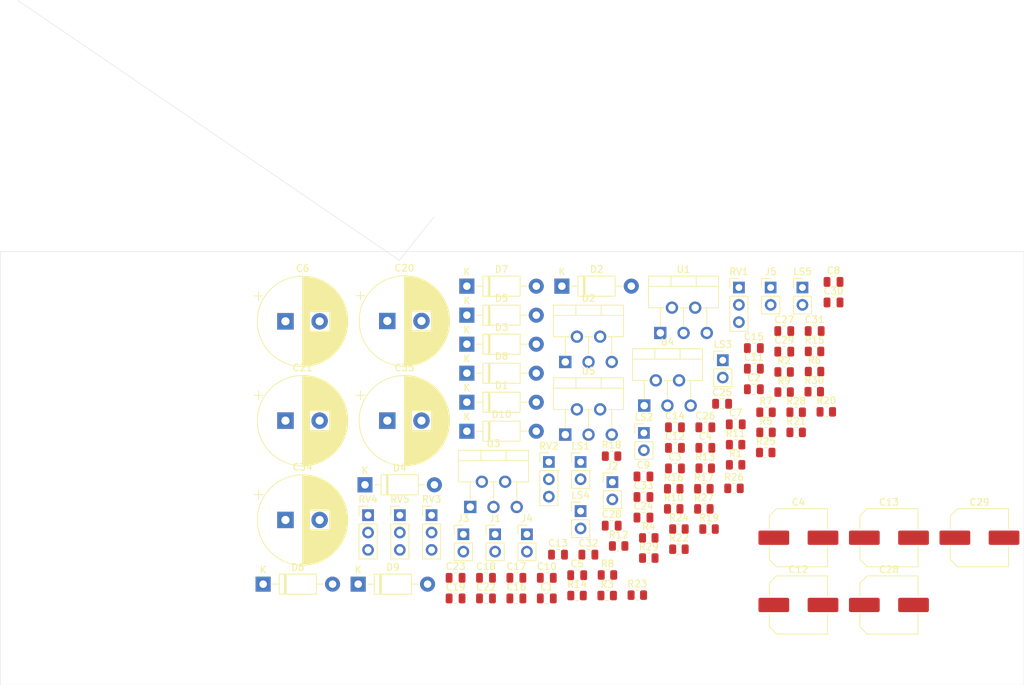
<source format=kicad_pcb>
(kicad_pcb (version 20171130) (host pcbnew "(5.1.9)-1")
  (layers (0 F.Cu signal) (31 B.Cu signal) (34 B.Paste user) (35 F.Paste user) (36 B.SilkS user) (37 F.SilkS user) (38 B.Mask user) (39 F.Mask user) (44 Edge.Cuts user))
  (net 0 "")
  (net 1 "Net-(C1-Pad2)")
  (net 2 "Net-(C1-Pad1)")
  (net 3 "Net-(C2-Pad2)")
  (net 4 GND)
  (net 5 "Net-(C5-Pad2)")
  (net 6 "Net-(C5-Pad1)")
  (net 7 /CH2_FL)
  (net 8 +12V)
  (net 9 "Net-(C6-Pad2)")
  (net 10 "Net-(C6-Pad1)")
  (net 11 "Net-(C7-Pad2)")
  (net 12 "Net-(C7-Pad1)")
  (net 13 "Net-(C8-Pad2)")
  (net 14 "Net-(C9-Pad2)")
  (net 15 "Net-(C14-Pad1)")
  (net 16 "Net-(C15-Pad1)")
  (net 17 "Net-(C16-Pad1)")
  (net 18 "Net-(C17-Pad1)")
  (net 19 "Net-(C18-Pad1)")
  (net 20 "Net-(C19-Pad1)")
  (net 21 "Net-(C20-Pad2)")
  (net 22 "Net-(C20-Pad1)")
  (net 23 "Net-(C21-Pad2)")
  (net 24 "Net-(C21-Pad1)")
  (net 25 "Net-(C22-Pad2)")
  (net 26 "Net-(C22-Pad1)")
  (net 27 "Net-(C23-Pad2)")
  (net 28 "Net-(C23-Pad1)")
  (net 29 "Net-(C24-Pad2)")
  (net 30 "Net-(C25-Pad2)")
  (net 31 "Net-(C30-Pad1)")
  (net 32 "Net-(C31-Pad1)")
  (net 33 "Net-(C32-Pad1)")
  (net 34 "Net-(C33-Pad1)")
  (net 35 "Net-(C34-Pad2)")
  (net 36 "Net-(C34-Pad1)")
  (net 37 "Net-(C35-Pad2)")
  (net 38 "Net-(C35-Pad1)")
  (net 39 /CH5_BL)
  (net 40 /CH1_FR)
  (net 41 /CH4_BR)
  (net 42 /CH3_Centre)
  (net 43 "Net-(R10-Pad2)")
  (net 44 "Net-(R11-Pad2)")
  (net 45 "Net-(R12-Pad2)")
  (net 46 "Net-(R25-Pad2)")
  (net 47 "Net-(R26-Pad2)")
  (net 48 "Net-(C12-Pad1)")
  (net 49 "Net-(C13-Pad1)")
  (net 50 "Net-(C28-Pad1)")
  (net 51 "Net-(C29-Pad1)")
  (module Capacitor_SMD:C_Elec_8x10.2 (layer F.Cu) (at 238.59 121.92)
    (fp_text reference C29 (at 0 -5.2) (layer F.SilkS))
    (fp_text value 220uF)
    (pad 2 smd roundrect (at 3.6 0) (size 4.5 2.1) (layers F.Cu F.Paste F.Mask) (roundrect_rratio 0.119048) (net 4 GND))
    (pad 1 smd roundrect (at -3.6 0) (size 4.5 2.1) (layers F.Cu F.Paste F.Mask) (roundrect_rratio 0.119048) (net 51 "Net-(C29-Pad1)"))
  )
  (module Capacitor_SMD:C_Elec_8x10.2 (layer F.Cu) (at 225.34 131.77)
    (fp_text reference C28 (at 0 -5.2) (layer F.SilkS))
    (fp_text value 220uF)
    (pad 2 smd roundrect (at 3.6 0) (size 4.5 2.1) (layers F.Cu F.Paste F.Mask) (roundrect_rratio 0.119048) (net 4 GND))
    (pad 1 smd roundrect (at -3.6 0) (size 4.5 2.1) (layers F.Cu F.Paste F.Mask) (roundrect_rratio 0.119048) (net 50 "Net-(C28-Pad1)"))
  )
  (module Capacitor_SMD:C_Elec_8x10.2 (layer F.Cu) (at 225.34 121.92)
    (fp_text reference C13 (at 0 -5.2) (layer F.SilkS))
    (fp_text value 220uF)
    (pad 2 smd roundrect (at 3.6 0) (size 4.5 2.1) (layers F.Cu F.Paste F.Mask) (roundrect_rratio 0.119048) (net 4 GND))
    (pad 1 smd roundrect (at -3.6 0) (size 4.5 2.1) (layers F.Cu F.Paste F.Mask) (roundrect_rratio 0.119048) (net 49 "Net-(C13-Pad1)"))
  )
  (module Capacitor_SMD:C_Elec_8x10.2 (layer F.Cu) (at 212.09 131.77)
    (fp_text reference C12 (at 0 -5.2) (layer F.SilkS))
    (fp_text value 220uF)
    (pad 2 smd roundrect (at 3.6 0) (size 4.5 2.1) (layers F.Cu F.Paste F.Mask) (roundrect_rratio 0.119048) (net 4 GND))
    (pad 1 smd roundrect (at -3.6 0) (size 4.5 2.1) (layers F.Cu F.Paste F.Mask) (roundrect_rratio 0.119048) (net 48 "Net-(C12-Pad1)"))
  )
  (module Capacitor_SMD:C_Elec_8x10.2 (layer F.Cu) (at 212.09 121.92)
    (fp_text reference C4 (at 0 -5.2) (layer F.SilkS))
    (fp_text value 220uF)
    (pad 2 smd roundrect (at 3.6 0) (size 4.5 2.1) (layers F.Cu F.Paste F.Mask) (roundrect_rratio 0.119048) (net 4 GND))
    (pad 1 smd roundrect (at -3.6 0) (size 4.5 2.1) (layers F.Cu F.Paste F.Mask) (roundrect_rratio 0.119048) (net 8 +12V))
  )
  (module Package_TO_SOT_THT:TO-220-5_P3.4x3.7mm_StaggerOdd_Lead3.8mm_Vertical (layer F.Cu) (at 177.97 106.82)
    (fp_text reference U5 (at 3.4 -9.32) (layer F.SilkS))
    (fp_text value TDA2030)
    (pad 5 thru_hole oval (at 6.8 0) (size 1.8 1.8) (drill 1.1) (layers *.Cu *.Mask) (net 8 +12V))
    (pad 4 thru_hole oval (at 5.1 -3.7) (size 1.8 1.8) (drill 1.1) (layers *.Cu *.Mask) (net 38 "Net-(C35-Pad1)"))
    (pad 3 thru_hole oval (at 3.4 0) (size 1.8 1.8) (drill 1.1) (layers *.Cu *.Mask) (net 4 GND))
    (pad 2 thru_hole oval (at 1.7 -3.7) (size 1.8 1.8) (drill 1.1) (layers *.Cu *.Mask) (net 47 "Net-(R26-Pad2)"))
    (pad 1 thru_hole rect (at 0 0) (size 1.8 1.8) (drill 1.1) (layers *.Cu *.Mask) (net 27 "Net-(C23-Pad2)"))
  )
  (module Package_TO_SOT_THT:TO-220-5_P3.4x3.7mm_StaggerOdd_Lead3.8mm_Vertical (layer F.Cu) (at 189.52 102.57)
    (fp_text reference U4 (at 3.4 -9.32) (layer F.SilkS))
    (fp_text value TDA2030)
    (pad 5 thru_hole oval (at 6.8 0) (size 1.8 1.8) (drill 1.1) (layers *.Cu *.Mask) (net 8 +12V))
    (pad 4 thru_hole oval (at 5.1 -3.7) (size 1.8 1.8) (drill 1.1) (layers *.Cu *.Mask) (net 36 "Net-(C34-Pad1)"))
    (pad 3 thru_hole oval (at 3.4 0) (size 1.8 1.8) (drill 1.1) (layers *.Cu *.Mask) (net 4 GND))
    (pad 2 thru_hole oval (at 1.7 -3.7) (size 1.8 1.8) (drill 1.1) (layers *.Cu *.Mask) (net 46 "Net-(R25-Pad2)"))
    (pad 1 thru_hole rect (at 0 0) (size 1.8 1.8) (drill 1.1) (layers *.Cu *.Mask) (net 25 "Net-(C22-Pad2)"))
  )
  (module Package_TO_SOT_THT:TO-220-5_P3.4x3.7mm_StaggerOdd_Lead3.8mm_Vertical (layer F.Cu) (at 164.06 117.42)
    (fp_text reference U3 (at 3.4 -9.32) (layer F.SilkS))
    (fp_text value TDA2030)
    (pad 5 thru_hole oval (at 6.8 0) (size 1.8 1.8) (drill 1.1) (layers *.Cu *.Mask) (net 8 +12V))
    (pad 4 thru_hole oval (at 5.1 -3.7) (size 1.8 1.8) (drill 1.1) (layers *.Cu *.Mask) (net 24 "Net-(C21-Pad1)"))
    (pad 3 thru_hole oval (at 3.4 0) (size 1.8 1.8) (drill 1.1) (layers *.Cu *.Mask) (net 4 GND))
    (pad 2 thru_hole oval (at 1.7 -3.7) (size 1.8 1.8) (drill 1.1) (layers *.Cu *.Mask) (net 45 "Net-(R12-Pad2)"))
    (pad 1 thru_hole rect (at 0 0) (size 1.8 1.8) (drill 1.1) (layers *.Cu *.Mask) (net 11 "Net-(C7-Pad2)"))
  )
  (module Package_TO_SOT_THT:TO-220-5_P3.4x3.7mm_StaggerOdd_Lead3.8mm_Vertical (layer F.Cu) (at 177.97 96.17)
    (fp_text reference U2 (at 3.4 -9.32) (layer F.SilkS))
    (fp_text value TDA2030)
    (pad 5 thru_hole oval (at 6.8 0) (size 1.8 1.8) (drill 1.1) (layers *.Cu *.Mask) (net 8 +12V))
    (pad 4 thru_hole oval (at 5.1 -3.7) (size 1.8 1.8) (drill 1.1) (layers *.Cu *.Mask) (net 22 "Net-(C20-Pad1)"))
    (pad 3 thru_hole oval (at 3.4 0) (size 1.8 1.8) (drill 1.1) (layers *.Cu *.Mask) (net 4 GND))
    (pad 2 thru_hole oval (at 1.7 -3.7) (size 1.8 1.8) (drill 1.1) (layers *.Cu *.Mask) (net 43 "Net-(R10-Pad2)"))
    (pad 1 thru_hole rect (at 0 0) (size 1.8 1.8) (drill 1.1) (layers *.Cu *.Mask) (net 5 "Net-(C5-Pad2)"))
  )
  (module Package_TO_SOT_THT:TO-220-5_P3.4x3.7mm_StaggerOdd_Lead3.8mm_Vertical (layer F.Cu) (at 191.88 91.92)
    (fp_text reference U1 (at 3.4 -9.32) (layer F.SilkS))
    (fp_text value TDA2030)
    (pad 5 thru_hole oval (at 6.8 0) (size 1.8 1.8) (drill 1.1) (layers *.Cu *.Mask) (net 8 +12V))
    (pad 4 thru_hole oval (at 5.1 -3.7) (size 1.8 1.8) (drill 1.1) (layers *.Cu *.Mask) (net 10 "Net-(C6-Pad1)"))
    (pad 3 thru_hole oval (at 3.4 0) (size 1.8 1.8) (drill 1.1) (layers *.Cu *.Mask) (net 4 GND))
    (pad 2 thru_hole oval (at 1.7 -3.7) (size 1.8 1.8) (drill 1.1) (layers *.Cu *.Mask) (net 44 "Net-(R11-Pad2)"))
    (pad 1 thru_hole rect (at 0 0) (size 1.8 1.8) (drill 1.1) (layers *.Cu *.Mask) (net 1 "Net-(C1-Pad2)"))
  )
  (module Connector_PinHeader_2.54mm:PinHeader_1x03_P2.54mm_Vertical (layer F.Cu) (at 153.75 118.62)
    (fp_text reference RV5 (at 0 -2.33) (layer F.SilkS))
    (fp_text value 10K)
    (pad 3 thru_hole oval (at 0 5.08) (size 1.7 1.7) (drill 1) (layers *.Cu *.Mask) (net 4 GND))
    (pad 2 thru_hole oval (at 0 2.54) (size 1.7 1.7) (drill 1) (layers *.Cu *.Mask) (net 28 "Net-(C23-Pad1)"))
    (pad 1 thru_hole rect (at 0 0) (size 1.7 1.7) (drill 1) (layers *.Cu *.Mask) (net 42 /CH3_Centre))
  )
  (module Connector_PinHeader_2.54mm:PinHeader_1x03_P2.54mm_Vertical (layer F.Cu) (at 149.1 118.62)
    (fp_text reference RV4 (at 0 -2.33) (layer F.SilkS))
    (fp_text value 10K)
    (pad 3 thru_hole oval (at 0 5.08) (size 1.7 1.7) (drill 1) (layers *.Cu *.Mask) (net 4 GND))
    (pad 2 thru_hole oval (at 0 2.54) (size 1.7 1.7) (drill 1) (layers *.Cu *.Mask) (net 26 "Net-(C22-Pad1)"))
    (pad 1 thru_hole rect (at 0 0) (size 1.7 1.7) (drill 1) (layers *.Cu *.Mask) (net 41 /CH4_BR))
  )
  (module Connector_PinHeader_2.54mm:PinHeader_1x03_P2.54mm_Vertical (layer F.Cu) (at 158.4 118.62)
    (fp_text reference RV3 (at 0 -2.33) (layer F.SilkS))
    (fp_text value 10K)
    (pad 3 thru_hole oval (at 0 5.08) (size 1.7 1.7) (drill 1) (layers *.Cu *.Mask) (net 4 GND))
    (pad 2 thru_hole oval (at 0 2.54) (size 1.7 1.7) (drill 1) (layers *.Cu *.Mask) (net 12 "Net-(C7-Pad1)"))
    (pad 1 thru_hole rect (at 0 0) (size 1.7 1.7) (drill 1) (layers *.Cu *.Mask) (net 40 /CH1_FR))
  )
  (module Connector_PinHeader_2.54mm:PinHeader_1x03_P2.54mm_Vertical (layer F.Cu) (at 175.56 110.82)
    (fp_text reference RV2 (at 0 -2.33) (layer F.SilkS))
    (fp_text value 10K)
    (pad 3 thru_hole oval (at 0 5.08) (size 1.7 1.7) (drill 1) (layers *.Cu *.Mask) (net 4 GND))
    (pad 2 thru_hole oval (at 0 2.54) (size 1.7 1.7) (drill 1) (layers *.Cu *.Mask) (net 6 "Net-(C5-Pad1)"))
    (pad 1 thru_hole rect (at 0 0) (size 1.7 1.7) (drill 1) (layers *.Cu *.Mask) (net 39 /CH5_BL))
  )
  (module Connector_PinHeader_2.54mm:PinHeader_1x03_P2.54mm_Vertical (layer F.Cu) (at 203.38 85.27)
    (fp_text reference RV1 (at 0 -2.33) (layer F.SilkS))
    (fp_text value 10K)
    (pad 3 thru_hole oval (at 0 5.08) (size 1.7 1.7) (drill 1) (layers *.Cu *.Mask) (net 4 GND))
    (pad 2 thru_hole oval (at 0 2.54) (size 1.7 1.7) (drill 1) (layers *.Cu *.Mask) (net 2 "Net-(C1-Pad1)"))
    (pad 1 thru_hole rect (at 0 0) (size 1.7 1.7) (drill 1) (layers *.Cu *.Mask) (net 7 /CH2_FL))
  )
  (module Resistor_SMD:R_0805_2012Metric (layer F.Cu) (at 214.41 100.53)
    (fp_text reference R30 (at 0 -1.65) (layer F.SilkS))
    (fp_text value 1.0R)
    (pad 2 smd roundrect (at 0.9125 0) (size 1.025 1.4) (layers F.Cu F.Paste F.Mask) (roundrect_rratio 0.243902) (net 38 "Net-(C35-Pad1)"))
    (pad 1 smd roundrect (at -0.9125 0) (size 1.025 1.4) (layers F.Cu F.Paste F.Mask) (roundrect_rratio 0.243902) (net 34 "Net-(C33-Pad1)"))
  )
  (module Resistor_SMD:R_0805_2012Metric (layer F.Cu) (at 190.19 124.9)
    (fp_text reference R29 (at 0 -1.65) (layer F.SilkS))
    (fp_text value 1.0R)
    (pad 2 smd roundrect (at 0.9125 0) (size 1.025 1.4) (layers F.Cu F.Paste F.Mask) (roundrect_rratio 0.243902) (net 36 "Net-(C34-Pad1)"))
    (pad 1 smd roundrect (at -0.9125 0) (size 1.025 1.4) (layers F.Cu F.Paste F.Mask) (roundrect_rratio 0.243902) (net 33 "Net-(C32-Pad1)"))
  )
  (module Resistor_SMD:R_0805_2012Metric (layer F.Cu) (at 211.76 103.54)
    (fp_text reference R28 (at 0 -1.65) (layer F.SilkS))
    (fp_text value 100K)
    (pad 2 smd roundrect (at 0.9125 0) (size 1.025 1.4) (layers F.Cu F.Paste F.Mask) (roundrect_rratio 0.243902) (net 47 "Net-(R26-Pad2)"))
    (pad 1 smd roundrect (at -0.9125 0) (size 1.025 1.4) (layers F.Cu F.Paste F.Mask) (roundrect_rratio 0.243902) (net 38 "Net-(C35-Pad1)"))
  )
  (module Resistor_SMD:R_0805_2012Metric (layer F.Cu) (at 198.25 117.7)
    (fp_text reference R27 (at 0 -1.65) (layer F.SilkS))
    (fp_text value 100K)
    (pad 2 smd roundrect (at 0.9125 0) (size 1.025 1.4) (layers F.Cu F.Paste F.Mask) (roundrect_rratio 0.243902) (net 46 "Net-(R25-Pad2)"))
    (pad 1 smd roundrect (at -0.9125 0) (size 1.025 1.4) (layers F.Cu F.Paste F.Mask) (roundrect_rratio 0.243902) (net 36 "Net-(C34-Pad1)"))
  )
  (module Resistor_SMD:R_0805_2012Metric (layer F.Cu) (at 202.66 114.69)
    (fp_text reference R26 (at 0 -1.65) (layer F.SilkS))
    (fp_text value 4.7K)
    (pad 2 smd roundrect (at 0.9125 0) (size 1.025 1.4) (layers F.Cu F.Paste F.Mask) (roundrect_rratio 0.243902) (net 47 "Net-(R26-Pad2)"))
    (pad 1 smd roundrect (at -0.9125 0) (size 1.025 1.4) (layers F.Cu F.Paste F.Mask) (roundrect_rratio 0.243902) (net 32 "Net-(C31-Pad1)"))
  )
  (module Resistor_SMD:R_0805_2012Metric (layer F.Cu) (at 207.31 109.44)
    (fp_text reference R25 (at 0 -1.65) (layer F.SilkS))
    (fp_text value 4.7K)
    (pad 2 smd roundrect (at 0.9125 0) (size 1.025 1.4) (layers F.Cu F.Paste F.Mask) (roundrect_rratio 0.243902) (net 46 "Net-(R25-Pad2)"))
    (pad 1 smd roundrect (at -0.9125 0) (size 1.025 1.4) (layers F.Cu F.Paste F.Mask) (roundrect_rratio 0.243902) (net 31 "Net-(C30-Pad1)"))
  )
  (module Resistor_SMD:R_0805_2012Metric (layer F.Cu) (at 194.6 120.65)
    (fp_text reference R24 (at 0 -1.65) (layer F.SilkS))
    (fp_text value 100K)
    (pad 2 smd roundrect (at 0.9125 0) (size 1.025 1.4) (layers F.Cu F.Paste F.Mask) (roundrect_rratio 0.243902) (net 30 "Net-(C25-Pad2)"))
    (pad 1 smd roundrect (at -0.9125 0) (size 1.025 1.4) (layers F.Cu F.Paste F.Mask) (roundrect_rratio 0.243902) (net 8 +12V))
  )
  (module Resistor_SMD:R_0805_2012Metric (layer F.Cu) (at 188.51 130.33)
    (fp_text reference R23 (at 0 -1.65) (layer F.SilkS))
    (fp_text value 100K)
    (pad 2 smd roundrect (at 0.9125 0) (size 1.025 1.4) (layers F.Cu F.Paste F.Mask) (roundrect_rratio 0.243902) (net 29 "Net-(C24-Pad2)"))
    (pad 1 smd roundrect (at -0.9125 0) (size 1.025 1.4) (layers F.Cu F.Paste F.Mask) (roundrect_rratio 0.243902) (net 8 +12V))
  )
  (module Resistor_SMD:R_0805_2012Metric (layer F.Cu) (at 194.6 123.6)
    (fp_text reference R22 (at 0 -1.65) (layer F.SilkS))
    (fp_text value 100K)
    (pad 2 smd roundrect (at 0.9125 0) (size 1.025 1.4) (layers F.Cu F.Paste F.Mask) (roundrect_rratio 0.243902) (net 30 "Net-(C25-Pad2)"))
    (pad 1 smd roundrect (at -0.9125 0) (size 1.025 1.4) (layers F.Cu F.Paste F.Mask) (roundrect_rratio 0.243902) (net 27 "Net-(C23-Pad2)"))
  )
  (module Resistor_SMD:R_0805_2012Metric (layer F.Cu) (at 211.76 106.49)
    (fp_text reference R21 (at 0 -1.65) (layer F.SilkS))
    (fp_text value 100K)
    (pad 2 smd roundrect (at 0.9125 0) (size 1.025 1.4) (layers F.Cu F.Paste F.Mask) (roundrect_rratio 0.243902) (net 4 GND))
    (pad 1 smd roundrect (at -0.9125 0) (size 1.025 1.4) (layers F.Cu F.Paste F.Mask) (roundrect_rratio 0.243902) (net 30 "Net-(C25-Pad2)"))
  )
  (module Resistor_SMD:R_0805_2012Metric (layer F.Cu) (at 216.17 103.48)
    (fp_text reference R20 (at 0 -1.65) (layer F.SilkS))
    (fp_text value 100K)
    (pad 2 smd roundrect (at 0.9125 0) (size 1.025 1.4) (layers F.Cu F.Paste F.Mask) (roundrect_rratio 0.243902) (net 29 "Net-(C24-Pad2)"))
    (pad 1 smd roundrect (at -0.9125 0) (size 1.025 1.4) (layers F.Cu F.Paste F.Mask) (roundrect_rratio 0.243902) (net 25 "Net-(C22-Pad2)"))
  )
  (module Resistor_SMD:R_0805_2012Metric (layer F.Cu) (at 199.01 120.65)
    (fp_text reference R19 (at 0 -1.65) (layer F.SilkS))
    (fp_text value 100K)
    (pad 2 smd roundrect (at 0.9125 0) (size 1.025 1.4) (layers F.Cu F.Paste F.Mask) (roundrect_rratio 0.243902) (net 4 GND))
    (pad 1 smd roundrect (at -0.9125 0) (size 1.025 1.4) (layers F.Cu F.Paste F.Mask) (roundrect_rratio 0.243902) (net 29 "Net-(C24-Pad2)"))
  )
  (module Resistor_SMD:R_0805_2012Metric (layer F.Cu) (at 184.74 109.97)
    (fp_text reference R18 (at 0 -1.65) (layer F.SilkS))
    (fp_text value 1.0R)
    (pad 2 smd roundrect (at 0.9125 0) (size 1.025 1.4) (layers F.Cu F.Paste F.Mask) (roundrect_rratio 0.243902) (net 24 "Net-(C21-Pad1)"))
    (pad 1 smd roundrect (at -0.9125 0) (size 1.025 1.4) (layers F.Cu F.Paste F.Mask) (roundrect_rratio 0.243902) (net 20 "Net-(C19-Pad1)"))
  )
  (module Resistor_SMD:R_0805_2012Metric (layer F.Cu) (at 198.25 114.75)
    (fp_text reference R17 (at 0 -1.65) (layer F.SilkS))
    (fp_text value 1.0R)
    (pad 2 smd roundrect (at 0.9125 0) (size 1.025 1.4) (layers F.Cu F.Paste F.Mask) (roundrect_rratio 0.243902) (net 10 "Net-(C6-Pad1)"))
    (pad 1 smd roundrect (at -0.9125 0) (size 1.025 1.4) (layers F.Cu F.Paste F.Mask) (roundrect_rratio 0.243902) (net 19 "Net-(C18-Pad1)"))
  )
  (module Resistor_SMD:R_0805_2012Metric (layer F.Cu) (at 193.84 114.75)
    (fp_text reference R16 (at 0 -1.65) (layer F.SilkS))
    (fp_text value 1.0R)
    (pad 2 smd roundrect (at 0.9125 0) (size 1.025 1.4) (layers F.Cu F.Paste F.Mask) (roundrect_rratio 0.243902) (net 22 "Net-(C20-Pad1)"))
    (pad 1 smd roundrect (at -0.9125 0) (size 1.025 1.4) (layers F.Cu F.Paste F.Mask) (roundrect_rratio 0.243902) (net 18 "Net-(C17-Pad1)"))
  )
  (module Resistor_SMD:R_0805_2012Metric (layer F.Cu) (at 214.45 94.63)
    (fp_text reference R15 (at 0 -1.65) (layer F.SilkS))
    (fp_text value 100K)
    (pad 2 smd roundrect (at 0.9125 0) (size 1.025 1.4) (layers F.Cu F.Paste F.Mask) (roundrect_rratio 0.243902) (net 45 "Net-(R12-Pad2)"))
    (pad 1 smd roundrect (at -0.9125 0) (size 1.025 1.4) (layers F.Cu F.Paste F.Mask) (roundrect_rratio 0.243902) (net 24 "Net-(C21-Pad1)"))
  )
  (module Resistor_SMD:R_0805_2012Metric (layer F.Cu) (at 179.69 130.39)
    (fp_text reference R14 (at 0 -1.65) (layer F.SilkS))
    (fp_text value 100K)
    (pad 2 smd roundrect (at 0.9125 0) (size 1.025 1.4) (layers F.Cu F.Paste F.Mask) (roundrect_rratio 0.243902) (net 44 "Net-(R11-Pad2)"))
    (pad 1 smd roundrect (at -0.9125 0) (size 1.025 1.4) (layers F.Cu F.Paste F.Mask) (roundrect_rratio 0.243902) (net 10 "Net-(C6-Pad1)"))
  )
  (module Resistor_SMD:R_0805_2012Metric (layer F.Cu) (at 198.45 111.74)
    (fp_text reference R13 (at 0 -1.65) (layer F.SilkS))
    (fp_text value 100K)
    (pad 2 smd roundrect (at 0.9125 0) (size 1.025 1.4) (layers F.Cu F.Paste F.Mask) (roundrect_rratio 0.243902) (net 43 "Net-(R10-Pad2)"))
    (pad 1 smd roundrect (at -0.9125 0) (size 1.025 1.4) (layers F.Cu F.Paste F.Mask) (roundrect_rratio 0.243902) (net 22 "Net-(C20-Pad1)"))
  )
  (module Resistor_SMD:R_0805_2012Metric (layer F.Cu) (at 185.78 123.13)
    (fp_text reference R12 (at 0 -1.65) (layer F.SilkS))
    (fp_text value 4.7K)
    (pad 2 smd roundrect (at 0.9125 0) (size 1.025 1.4) (layers F.Cu F.Paste F.Mask) (roundrect_rratio 0.243902) (net 45 "Net-(R12-Pad2)"))
    (pad 1 smd roundrect (at -0.9125 0) (size 1.025 1.4) (layers F.Cu F.Paste F.Mask) (roundrect_rratio 0.243902) (net 17 "Net-(C16-Pad1)"))
  )
  (module Resistor_SMD:R_0805_2012Metric (layer F.Cu) (at 202.9 108.29)
    (fp_text reference R11 (at 0 -1.65) (layer F.SilkS))
    (fp_text value 4.7K)
    (pad 2 smd roundrect (at 0.9125 0) (size 1.025 1.4) (layers F.Cu F.Paste F.Mask) (roundrect_rratio 0.243902) (net 44 "Net-(R11-Pad2)"))
    (pad 1 smd roundrect (at -0.9125 0) (size 1.025 1.4) (layers F.Cu F.Paste F.Mask) (roundrect_rratio 0.243902) (net 16 "Net-(C15-Pad1)"))
  )
  (module Resistor_SMD:R_0805_2012Metric (layer F.Cu) (at 193.84 117.7)
    (fp_text reference R10 (at 0 -1.65) (layer F.SilkS))
    (fp_text value 4.7K)
    (pad 2 smd roundrect (at 0.9125 0) (size 1.025 1.4) (layers F.Cu F.Paste F.Mask) (roundrect_rratio 0.243902) (net 43 "Net-(R10-Pad2)"))
    (pad 1 smd roundrect (at -0.9125 0) (size 1.025 1.4) (layers F.Cu F.Paste F.Mask) (roundrect_rratio 0.243902) (net 15 "Net-(C14-Pad1)"))
  )
  (module Resistor_SMD:R_0805_2012Metric (layer F.Cu) (at 210 100.59)
    (fp_text reference R9 (at 0 -1.65) (layer F.SilkS))
    (fp_text value 100K)
    (pad 2 smd roundrect (at 0.9125 0) (size 1.025 1.4) (layers F.Cu F.Paste F.Mask) (roundrect_rratio 0.243902) (net 14 "Net-(C9-Pad2)"))
    (pad 1 smd roundrect (at -0.9125 0) (size 1.025 1.4) (layers F.Cu F.Paste F.Mask) (roundrect_rratio 0.243902) (net 8 +12V))
  )
  (module Resistor_SMD:R_0805_2012Metric (layer F.Cu) (at 184.14 127.38)
    (fp_text reference R8 (at 0 -1.65) (layer F.SilkS))
    (fp_text value 100K)
    (pad 2 smd roundrect (at 0.9125 0) (size 1.025 1.4) (layers F.Cu F.Paste F.Mask) (roundrect_rratio 0.243902) (net 13 "Net-(C8-Pad2)"))
    (pad 1 smd roundrect (at -0.9125 0) (size 1.025 1.4) (layers F.Cu F.Paste F.Mask) (roundrect_rratio 0.243902) (net 8 +12V))
  )
  (module Resistor_SMD:R_0805_2012Metric (layer F.Cu) (at 207.35 103.54)
    (fp_text reference R7 (at 0 -1.65) (layer F.SilkS))
    (fp_text value 100K)
    (pad 2 smd roundrect (at 0.9125 0) (size 1.025 1.4) (layers F.Cu F.Paste F.Mask) (roundrect_rratio 0.243902) (net 14 "Net-(C9-Pad2)"))
    (pad 1 smd roundrect (at -0.9125 0) (size 1.025 1.4) (layers F.Cu F.Paste F.Mask) (roundrect_rratio 0.243902) (net 11 "Net-(C7-Pad2)"))
  )
  (module Resistor_SMD:R_0805_2012Metric (layer F.Cu) (at 214.45 97.58)
    (fp_text reference R6 (at 0 -1.65) (layer F.SilkS))
    (fp_text value 100K)
    (pad 2 smd roundrect (at 0.9125 0) (size 1.025 1.4) (layers F.Cu F.Paste F.Mask) (roundrect_rratio 0.243902) (net 4 GND))
    (pad 1 smd roundrect (at -0.9125 0) (size 1.025 1.4) (layers F.Cu F.Paste F.Mask) (roundrect_rratio 0.243902) (net 14 "Net-(C9-Pad2)"))
  )
  (module Resistor_SMD:R_0805_2012Metric (layer F.Cu) (at 207.35 106.49)
    (fp_text reference R5 (at 0 -1.65) (layer F.SilkS))
    (fp_text value 100K)
    (pad 2 smd roundrect (at 0.9125 0) (size 1.025 1.4) (layers F.Cu F.Paste F.Mask) (roundrect_rratio 0.243902) (net 13 "Net-(C8-Pad2)"))
    (pad 1 smd roundrect (at -0.9125 0) (size 1.025 1.4) (layers F.Cu F.Paste F.Mask) (roundrect_rratio 0.243902) (net 5 "Net-(C5-Pad2)"))
  )
  (module Resistor_SMD:R_0805_2012Metric (layer F.Cu) (at 190.19 121.95)
    (fp_text reference R4 (at 0 -1.65) (layer F.SilkS))
    (fp_text value 100K)
    (pad 2 smd roundrect (at 0.9125 0) (size 1.025 1.4) (layers F.Cu F.Paste F.Mask) (roundrect_rratio 0.243902) (net 4 GND))
    (pad 1 smd roundrect (at -0.9125 0) (size 1.025 1.4) (layers F.Cu F.Paste F.Mask) (roundrect_rratio 0.243902) (net 13 "Net-(C8-Pad2)"))
  )
  (module Resistor_SMD:R_0805_2012Metric (layer F.Cu) (at 184.1 130.39)
    (fp_text reference R3 (at 0 -1.65) (layer F.SilkS))
    (fp_text value 100K)
    (pad 2 smd roundrect (at 0.9125 0) (size 1.025 1.4) (layers F.Cu F.Paste F.Mask) (roundrect_rratio 0.243902) (net 3 "Net-(C2-Pad2)"))
    (pad 1 smd roundrect (at -0.9125 0) (size 1.025 1.4) (layers F.Cu F.Paste F.Mask) (roundrect_rratio 0.243902) (net 8 +12V))
  )
  (module Resistor_SMD:R_0805_2012Metric (layer F.Cu) (at 210 97.64)
    (fp_text reference R2 (at 0 -1.65) (layer F.SilkS))
    (fp_text value 100K)
    (pad 2 smd roundrect (at 0.9125 0) (size 1.025 1.4) (layers F.Cu F.Paste F.Mask) (roundrect_rratio 0.243902) (net 4 GND))
    (pad 1 smd roundrect (at -0.9125 0) (size 1.025 1.4) (layers F.Cu F.Paste F.Mask) (roundrect_rratio 0.243902) (net 3 "Net-(C2-Pad2)"))
  )
  (module Resistor_SMD:R_0805_2012Metric (layer F.Cu) (at 202.9 111.24)
    (fp_text reference R1 (at 0 -1.65) (layer F.SilkS))
    (fp_text value 100K)
    (pad 2 smd roundrect (at 0.9125 0) (size 1.025 1.4) (layers F.Cu F.Paste F.Mask) (roundrect_rratio 0.243902) (net 3 "Net-(C2-Pad2)"))
    (pad 1 smd roundrect (at -0.9125 0) (size 1.025 1.4) (layers F.Cu F.Paste F.Mask) (roundrect_rratio 0.243902) (net 1 "Net-(C1-Pad2)"))
  )
  (module Connector_PinHeader_2.54mm:PinHeader_1x02_P2.54mm_Vertical (layer F.Cu) (at 212.68 85.27)
    (fp_text reference LS5 (at 0 -2.33) (layer F.SilkS))
    (fp_text value Speaker)
    (pad 2 thru_hole oval (at 0 2.54) (size 1.7 1.7) (drill 1) (layers *.Cu *.Mask) (net 4 GND))
    (pad 1 thru_hole rect (at 0 0) (size 1.7 1.7) (drill 1) (layers *.Cu *.Mask) (net 37 "Net-(C35-Pad2)"))
  )
  (module Connector_PinHeader_2.54mm:PinHeader_1x02_P2.54mm_Vertical (layer F.Cu) (at 180.21 118.02)
    (fp_text reference LS4 (at 0 -2.33) (layer F.SilkS))
    (fp_text value Speaker)
    (pad 2 thru_hole oval (at 0 2.54) (size 1.7 1.7) (drill 1) (layers *.Cu *.Mask) (net 4 GND))
    (pad 1 thru_hole rect (at 0 0) (size 1.7 1.7) (drill 1) (layers *.Cu *.Mask) (net 35 "Net-(C34-Pad2)"))
  )
  (module Connector_PinHeader_2.54mm:PinHeader_1x02_P2.54mm_Vertical (layer F.Cu) (at 201.02 95.92)
    (fp_text reference LS3 (at 0 -2.33) (layer F.SilkS))
    (fp_text value Speaker)
    (pad 2 thru_hole oval (at 0 2.54) (size 1.7 1.7) (drill 1) (layers *.Cu *.Mask) (net 4 GND))
    (pad 1 thru_hole rect (at 0 0) (size 1.7 1.7) (drill 1) (layers *.Cu *.Mask) (net 23 "Net-(C21-Pad2)"))
  )
  (module Connector_PinHeader_2.54mm:PinHeader_1x02_P2.54mm_Vertical (layer F.Cu) (at 189.47 106.57)
    (fp_text reference LS2 (at 0 -2.33) (layer F.SilkS))
    (fp_text value Speaker)
    (pad 2 thru_hole oval (at 0 2.54) (size 1.7 1.7) (drill 1) (layers *.Cu *.Mask) (net 4 GND))
    (pad 1 thru_hole rect (at 0 0) (size 1.7 1.7) (drill 1) (layers *.Cu *.Mask) (net 21 "Net-(C20-Pad2)"))
  )
  (module Connector_PinHeader_2.54mm:PinHeader_1x02_P2.54mm_Vertical (layer F.Cu) (at 180.21 110.82)
    (fp_text reference LS1 (at 0 -2.33) (layer F.SilkS))
    (fp_text value Speaker)
    (pad 2 thru_hole oval (at 0 2.54) (size 1.7 1.7) (drill 1) (layers *.Cu *.Mask) (net 4 GND))
    (pad 1 thru_hole rect (at 0 0) (size 1.7 1.7) (drill 1) (layers *.Cu *.Mask) (net 9 "Net-(C6-Pad2)"))
  )
  (module Connector_PinHeader_2.54mm:PinHeader_1x02_P2.54mm_Vertical (layer F.Cu) (at 208.03 85.27)
    (fp_text reference J5 (at 0 -2.33) (layer F.SilkS))
    (fp_text value Conn_01x02)
    (pad 2 thru_hole oval (at 0 2.54) (size 1.7 1.7) (drill 1) (layers *.Cu *.Mask) (net 4 GND))
    (pad 1 thru_hole rect (at 0 0) (size 1.7 1.7) (drill 1) (layers *.Cu *.Mask) (net 42 /CH3_Centre))
  )
  (module Connector_PinHeader_2.54mm:PinHeader_1x02_P2.54mm_Vertical (layer F.Cu) (at 172.35 121.42)
    (fp_text reference J4 (at 0 -2.33) (layer F.SilkS))
    (fp_text value Conn_01x02)
    (pad 2 thru_hole oval (at 0 2.54) (size 1.7 1.7) (drill 1) (layers *.Cu *.Mask) (net 4 GND))
    (pad 1 thru_hole rect (at 0 0) (size 1.7 1.7) (drill 1) (layers *.Cu *.Mask) (net 41 /CH4_BR))
  )
  (module Connector_PinHeader_2.54mm:PinHeader_1x02_P2.54mm_Vertical (layer F.Cu) (at 163.05 121.42)
    (fp_text reference J3 (at 0 -2.33) (layer F.SilkS))
    (fp_text value Conn_01x02)
    (pad 2 thru_hole oval (at 0 2.54) (size 1.7 1.7) (drill 1) (layers *.Cu *.Mask) (net 4 GND))
    (pad 1 thru_hole rect (at 0 0) (size 1.7 1.7) (drill 1) (layers *.Cu *.Mask) (net 40 /CH1_FR))
  )
  (module Connector_PinHeader_2.54mm:PinHeader_1x02_P2.54mm_Vertical (layer F.Cu) (at 184.86 113.77)
    (fp_text reference J2 (at 0 -2.33) (layer F.SilkS))
    (fp_text value Conn_01x02)
    (pad 2 thru_hole oval (at 0 2.54) (size 1.7 1.7) (drill 1) (layers *.Cu *.Mask) (net 4 GND))
    (pad 1 thru_hole rect (at 0 0) (size 1.7 1.7) (drill 1) (layers *.Cu *.Mask) (net 39 /CH5_BL))
  )
  (module Connector_PinHeader_2.54mm:PinHeader_1x02_P2.54mm_Vertical (layer F.Cu) (at 167.7 121.42)
    (fp_text reference J1 (at 0 -2.33) (layer F.SilkS))
    (fp_text value Conn_01x02)
    (pad 2 thru_hole oval (at 0 2.54) (size 1.7 1.7) (drill 1) (layers *.Cu *.Mask) (net 4 GND))
    (pad 1 thru_hole rect (at 0 0) (size 1.7 1.7) (drill 1) (layers *.Cu *.Mask) (net 7 /CH2_FL))
  )
  (module Diode_THT:D_DO-41_SOD81_P10.16mm_Horizontal (layer F.Cu) (at 163.56 106.32)
    (fp_text reference D10 (at 5.08 -2.47) (layer F.SilkS))
    (fp_text value 1N4001)
    (fp_text user K (at 0 -2.1) (layer F.SilkS))
    (pad 2 thru_hole oval (at 10.16 0) (size 2.2 2.2) (drill 1.1) (layers *.Cu *.Mask) (net 4 GND))
    (pad 1 thru_hole rect (at 0 0) (size 2.2 2.2) (drill 1.1) (layers *.Cu *.Mask) (net 38 "Net-(C35-Pad1)"))
  )
  (module Diode_THT:D_DO-41_SOD81_P10.16mm_Horizontal (layer F.Cu) (at 147.65 128.72)
    (fp_text reference D9 (at 5.08 -2.47) (layer F.SilkS))
    (fp_text value 1N4001)
    (fp_text user K (at 0 -2.1) (layer F.SilkS))
    (pad 2 thru_hole oval (at 10.16 0) (size 2.2 2.2) (drill 1.1) (layers *.Cu *.Mask) (net 4 GND))
    (pad 1 thru_hole rect (at 0 0) (size 2.2 2.2) (drill 1.1) (layers *.Cu *.Mask) (net 36 "Net-(C34-Pad1)"))
  )
  (module Diode_THT:D_DO-41_SOD81_P10.16mm_Horizontal (layer F.Cu) (at 163.56 97.82)
    (fp_text reference D8 (at 5.08 -2.47) (layer F.SilkS))
    (fp_text value 1N4001)
    (fp_text user K (at 0 -2.1) (layer F.SilkS))
    (pad 2 thru_hole oval (at 10.16 0) (size 2.2 2.2) (drill 1.1) (layers *.Cu *.Mask) (net 38 "Net-(C35-Pad1)"))
    (pad 1 thru_hole rect (at 0 0) (size 2.2 2.2) (drill 1.1) (layers *.Cu *.Mask) (net 8 +12V))
  )
  (module Diode_THT:D_DO-41_SOD81_P10.16mm_Horizontal (layer F.Cu) (at 163.56 85.07)
    (fp_text reference D7 (at 5.08 -2.47) (layer F.SilkS))
    (fp_text value 1N4001)
    (fp_text user K (at 0 -2.1) (layer F.SilkS))
    (pad 2 thru_hole oval (at 10.16 0) (size 2.2 2.2) (drill 1.1) (layers *.Cu *.Mask) (net 36 "Net-(C34-Pad1)"))
    (pad 1 thru_hole rect (at 0 0) (size 2.2 2.2) (drill 1.1) (layers *.Cu *.Mask) (net 8 +12V))
  )
  (module Diode_THT:D_DO-41_SOD81_P10.16mm_Horizontal (layer F.Cu) (at 133.74 128.72)
    (fp_text reference D6 (at 5.08 -2.47) (layer F.SilkS))
    (fp_text value 1N4001)
    (fp_text user K (at 0 -2.1) (layer F.SilkS))
    (pad 2 thru_hole oval (at 10.16 0) (size 2.2 2.2) (drill 1.1) (layers *.Cu *.Mask) (net 4 GND))
    (pad 1 thru_hole rect (at 0 0) (size 2.2 2.2) (drill 1.1) (layers *.Cu *.Mask) (net 24 "Net-(C21-Pad1)"))
  )
  (module Diode_THT:D_DO-41_SOD81_P10.16mm_Horizontal (layer F.Cu) (at 163.56 89.32)
    (fp_text reference D5 (at 5.08 -2.47) (layer F.SilkS))
    (fp_text value 1N4001)
    (fp_text user K (at 0 -2.1) (layer F.SilkS))
    (pad 2 thru_hole oval (at 10.16 0) (size 2.2 2.2) (drill 1.1) (layers *.Cu *.Mask) (net 4 GND))
    (pad 1 thru_hole rect (at 0 0) (size 2.2 2.2) (drill 1.1) (layers *.Cu *.Mask) (net 22 "Net-(C20-Pad1)"))
  )
  (module Diode_THT:D_DO-41_SOD81_P10.16mm_Horizontal (layer F.Cu) (at 148.65 114.17)
    (fp_text reference D4 (at 5.08 -2.47) (layer F.SilkS))
    (fp_text value 1N4001)
    (fp_text user K (at 0 -2.1) (layer F.SilkS))
    (pad 2 thru_hole oval (at 10.16 0) (size 2.2 2.2) (drill 1.1) (layers *.Cu *.Mask) (net 24 "Net-(C21-Pad1)"))
    (pad 1 thru_hole rect (at 0 0) (size 2.2 2.2) (drill 1.1) (layers *.Cu *.Mask) (net 8 +12V))
  )
  (module Diode_THT:D_DO-41_SOD81_P10.16mm_Horizontal (layer F.Cu) (at 163.56 93.57)
    (fp_text reference D3 (at 5.08 -2.47) (layer F.SilkS))
    (fp_text value 1N4001)
    (fp_text user K (at 0 -2.1) (layer F.SilkS))
    (pad 2 thru_hole oval (at 10.16 0) (size 2.2 2.2) (drill 1.1) (layers *.Cu *.Mask) (net 10 "Net-(C6-Pad1)"))
    (pad 1 thru_hole rect (at 0 0) (size 2.2 2.2) (drill 1.1) (layers *.Cu *.Mask) (net 8 +12V))
  )
  (module Diode_THT:D_DO-41_SOD81_P10.16mm_Horizontal (layer F.Cu) (at 177.47 85.07)
    (fp_text reference D2 (at 5.08 -2.47) (layer F.SilkS))
    (fp_text value 1N4001)
    (fp_text user K (at 0 -2.1) (layer F.SilkS))
    (pad 2 thru_hole oval (at 10.16 0) (size 2.2 2.2) (drill 1.1) (layers *.Cu *.Mask) (net 22 "Net-(C20-Pad1)"))
    (pad 1 thru_hole rect (at 0 0) (size 2.2 2.2) (drill 1.1) (layers *.Cu *.Mask) (net 8 +12V))
  )
  (module Diode_THT:D_DO-41_SOD81_P10.16mm_Horizontal (layer F.Cu) (at 163.56 102.07)
    (fp_text reference D1 (at 5.08 -2.47) (layer F.SilkS))
    (fp_text value 1N4001)
    (fp_text user K (at 0 -2.1) (layer F.SilkS))
    (pad 2 thru_hole oval (at 10.16 0) (size 2.2 2.2) (drill 1.1) (layers *.Cu *.Mask) (net 4 GND))
    (pad 1 thru_hole rect (at 0 0) (size 2.2 2.2) (drill 1.1) (layers *.Cu *.Mask) (net 10 "Net-(C6-Pad1)"))
  )
  (module Capacitor_THT:CP_Radial_D13.0mm_P5.00mm (layer F.Cu) (at 151.919569 104.77)
    (fp_text reference C35 (at 2.5 -7.75) (layer F.SilkS))
    (fp_text value 2000uF)
    (pad 2 thru_hole circle (at 5 0) (size 2.4 2.4) (drill 1.2) (layers *.Cu *.Mask) (net 37 "Net-(C35-Pad2)"))
    (pad 1 thru_hole rect (at 0 0) (size 2.4 2.4) (drill 1.2) (layers *.Cu *.Mask) (net 38 "Net-(C35-Pad1)"))
  )
  (module Capacitor_THT:CP_Radial_D13.0mm_P5.00mm (layer F.Cu) (at 137.009569 119.32)
    (fp_text reference C34 (at 2.5 -7.75) (layer F.SilkS))
    (fp_text value 2000uF)
    (pad 2 thru_hole circle (at 5 0) (size 2.4 2.4) (drill 1.2) (layers *.Cu *.Mask) (net 35 "Net-(C34-Pad2)"))
    (pad 1 thru_hole rect (at 0 0) (size 2.4 2.4) (drill 1.2) (layers *.Cu *.Mask) (net 36 "Net-(C34-Pad1)"))
  )
  (module Capacitor_SMD:C_0805_2012Metric (layer F.Cu) (at 189.41 115.96)
    (fp_text reference C33 (at 0 -1.68) (layer F.SilkS))
    (fp_text value 220nF)
    (pad 2 smd roundrect (at 0.95 0) (size 1 1.45) (layers F.Cu F.Paste F.Mask) (net 4 GND))
    (pad 1 smd roundrect (at -0.95 0) (size 1 1.45) (layers F.Cu F.Paste F.Mask) (net 34 "Net-(C33-Pad1)"))
  )
  (module Capacitor_SMD:C_0805_2012Metric (layer F.Cu) (at 181.35 124.4)
    (fp_text reference C32 (at 0 -1.68) (layer F.SilkS))
    (fp_text value 220nF)
    (pad 2 smd roundrect (at 0.95 0) (size 1 1.45) (layers F.Cu F.Paste F.Mask) (net 4 GND))
    (pad 1 smd roundrect (at -0.95 0) (size 1 1.45) (layers F.Cu F.Paste F.Mask) (net 33 "Net-(C32-Pad1)"))
  )
  (module Capacitor_SMD:C_0805_2012Metric (layer F.Cu) (at 214.47 91.65)
    (fp_text reference C31 (at 0 -1.68) (layer F.SilkS))
    (fp_text value 2.2uF)
    (pad 2 smd roundrect (at 0.95 0) (size 1 1.45) (layers F.Cu F.Paste F.Mask) (net 4 GND))
    (pad 1 smd roundrect (at -0.95 0) (size 1 1.45) (layers F.Cu F.Paste F.Mask) (net 32 "Net-(C31-Pad1)"))
  )
  (module Capacitor_SMD:C_0805_2012Metric (layer F.Cu) (at 217.23 87.46)
    (fp_text reference C30 (at 0 -1.68) (layer F.SilkS))
    (fp_text value 2.2uF)
    (pad 2 smd roundrect (at 0.95 0) (size 1 1.45) (layers F.Cu F.Paste F.Mask) (net 4 GND))
    (pad 1 smd roundrect (at -0.95 0) (size 1 1.45) (layers F.Cu F.Paste F.Mask) (net 31 "Net-(C30-Pad1)"))
  )
  (module Capacitor_SMD:C_0805_2012Metric (layer F.Cu) (at 210.02 94.66)
    (fp_text reference C29 (at 0 -1.68) (layer F.SilkS))
    (fp_text value 220uF)
    (pad 2 smd roundrect (at 0.95 0) (size 1 1.45) (layers F.Cu F.Paste F.Mask) (net 4 GND))
    (pad 1 smd roundrect (at -0.95 0) (size 1 1.45) (layers F.Cu F.Paste F.Mask) (net 8 +12V))
  )
  (module Capacitor_SMD:C_0805_2012Metric (layer F.Cu) (at 184.76 120.15)
    (fp_text reference C28 (at 0 -1.68) (layer F.SilkS))
    (fp_text value 220uF)
    (pad 2 smd roundrect (at 0.95 0) (size 1 1.45) (layers F.Cu F.Paste F.Mask) (net 4 GND))
    (pad 1 smd roundrect (at -0.95 0) (size 1 1.45) (layers F.Cu F.Paste F.Mask) (net 8 +12V))
  )
  (module Capacitor_SMD:C_0805_2012Metric (layer F.Cu) (at 210.02 91.65)
    (fp_text reference C27 (at 0 -1.68) (layer F.SilkS))
    (fp_text value 0.1uF)
    (pad 2 smd roundrect (at 0.95 0) (size 1 1.45) (layers F.Cu F.Paste F.Mask) (net 8 +12V))
    (pad 1 smd roundrect (at -0.95 0) (size 1 1.45) (layers F.Cu F.Paste F.Mask) (net 4 GND))
  )
  (module Capacitor_SMD:C_0805_2012Metric (layer F.Cu) (at 198.47 105.75)
    (fp_text reference C26 (at 0 -1.68) (layer F.SilkS))
    (fp_text value 0.1uF)
    (pad 2 smd roundrect (at 0.95 0) (size 1 1.45) (layers F.Cu F.Paste F.Mask) (net 8 +12V))
    (pad 1 smd roundrect (at -0.95 0) (size 1 1.45) (layers F.Cu F.Paste F.Mask) (net 4 GND))
  )
  (module Capacitor_SMD:C_0805_2012Metric (layer F.Cu) (at 200.92 102.3)
    (fp_text reference C25 (at 0 -1.68) (layer F.SilkS))
    (fp_text value 22uF)
    (pad 2 smd roundrect (at 0.95 0) (size 1 1.45) (layers F.Cu F.Paste F.Mask) (net 30 "Net-(C25-Pad2)"))
    (pad 1 smd roundrect (at -0.95 0) (size 1 1.45) (layers F.Cu F.Paste F.Mask) (net 4 GND))
  )
  (module Capacitor_SMD:C_0805_2012Metric (layer F.Cu) (at 189.41 118.97)
    (fp_text reference C24 (at 0 -1.68) (layer F.SilkS))
    (fp_text value 22uF)
    (pad 2 smd roundrect (at 0.95 0) (size 1 1.45) (layers F.Cu F.Paste F.Mask) (net 29 "Net-(C24-Pad2)"))
    (pad 1 smd roundrect (at -0.95 0) (size 1 1.45) (layers F.Cu F.Paste F.Mask) (net 4 GND))
  )
  (module Capacitor_SMD:C_0805_2012Metric (layer F.Cu) (at 161.91 127.8)
    (fp_text reference C23 (at 0 -1.68) (layer F.SilkS))
    (fp_text value 2.2uF)
    (pad 2 smd roundrect (at 0.95 0) (size 1 1.45) (layers F.Cu F.Paste F.Mask) (net 27 "Net-(C23-Pad2)"))
    (pad 1 smd roundrect (at -0.95 0) (size 1 1.45) (layers F.Cu F.Paste F.Mask) (net 28 "Net-(C23-Pad1)"))
  )
  (module Capacitor_SMD:C_0805_2012Metric (layer F.Cu) (at 166.36 130.81)
    (fp_text reference C22 (at 0 -1.68) (layer F.SilkS))
    (fp_text value 2.2uF)
    (pad 2 smd roundrect (at 0.95 0) (size 1 1.45) (layers F.Cu F.Paste F.Mask) (net 25 "Net-(C22-Pad2)"))
    (pad 1 smd roundrect (at -0.95 0) (size 1 1.45) (layers F.Cu F.Paste F.Mask) (net 26 "Net-(C22-Pad1)"))
  )
  (module Capacitor_THT:CP_Radial_D13.0mm_P5.00mm (layer F.Cu) (at 137.009569 104.77)
    (fp_text reference C21 (at 2.5 -7.75) (layer F.SilkS))
    (fp_text value 2000uF)
    (pad 2 thru_hole circle (at 5 0) (size 2.4 2.4) (drill 1.2) (layers *.Cu *.Mask) (net 23 "Net-(C21-Pad2)"))
    (pad 1 thru_hole rect (at 0 0) (size 2.4 2.4) (drill 1.2) (layers *.Cu *.Mask) (net 24 "Net-(C21-Pad1)"))
  )
  (module Capacitor_THT:CP_Radial_D13.0mm_P5.00mm (layer F.Cu) (at 151.919569 90.17)
    (fp_text reference C20 (at 2.5 -7.75) (layer F.SilkS))
    (fp_text value 2000uF)
    (pad 2 thru_hole circle (at 5 0) (size 2.4 2.4) (drill 1.2) (layers *.Cu *.Mask) (net 21 "Net-(C20-Pad2)"))
    (pad 1 thru_hole rect (at 0 0) (size 2.4 2.4) (drill 1.2) (layers *.Cu *.Mask) (net 22 "Net-(C20-Pad1)"))
  )
  (module Capacitor_SMD:C_0805_2012Metric (layer F.Cu) (at 161.91 130.81)
    (fp_text reference C19 (at 0 -1.68) (layer F.SilkS))
    (fp_text value 220nF)
    (pad 2 smd roundrect (at 0.95 0) (size 1 1.45) (layers F.Cu F.Paste F.Mask) (net 4 GND))
    (pad 1 smd roundrect (at -0.95 0) (size 1 1.45) (layers F.Cu F.Paste F.Mask) (net 20 "Net-(C19-Pad1)"))
  )
  (module Capacitor_SMD:C_0805_2012Metric (layer F.Cu) (at 166.36 127.8)
    (fp_text reference C18 (at 0 -1.68) (layer F.SilkS))
    (fp_text value 220nF)
    (pad 2 smd roundrect (at 0.95 0) (size 1 1.45) (layers F.Cu F.Paste F.Mask) (net 4 GND))
    (pad 1 smd roundrect (at -0.95 0) (size 1 1.45) (layers F.Cu F.Paste F.Mask) (net 19 "Net-(C18-Pad1)"))
  )
  (module Capacitor_SMD:C_0805_2012Metric (layer F.Cu) (at 170.81 127.8)
    (fp_text reference C17 (at 0 -1.68) (layer F.SilkS))
    (fp_text value 220nF)
    (pad 2 smd roundrect (at 0.95 0) (size 1 1.45) (layers F.Cu F.Paste F.Mask) (net 4 GND))
    (pad 1 smd roundrect (at -0.95 0) (size 1 1.45) (layers F.Cu F.Paste F.Mask) (net 18 "Net-(C17-Pad1)"))
  )
  (module Capacitor_SMD:C_0805_2012Metric (layer F.Cu) (at 170.81 130.81)
    (fp_text reference C16 (at 0 -1.68) (layer F.SilkS))
    (fp_text value 2.2uF)
    (pad 2 smd roundrect (at 0.95 0) (size 1 1.45) (layers F.Cu F.Paste F.Mask) (net 4 GND))
    (pad 1 smd roundrect (at -0.95 0) (size 1 1.45) (layers F.Cu F.Paste F.Mask) (net 17 "Net-(C16-Pad1)"))
  )
  (module Capacitor_SMD:C_0805_2012Metric (layer F.Cu) (at 205.57 94.15)
    (fp_text reference C15 (at 0 -1.68) (layer F.SilkS))
    (fp_text value 2.2uF)
    (pad 2 smd roundrect (at 0.95 0) (size 1 1.45) (layers F.Cu F.Paste F.Mask) (net 4 GND))
    (pad 1 smd roundrect (at -0.95 0) (size 1 1.45) (layers F.Cu F.Paste F.Mask) (net 16 "Net-(C15-Pad1)"))
  )
  (module Capacitor_SMD:C_0805_2012Metric (layer F.Cu) (at 194.02 105.75)
    (fp_text reference C14 (at 0 -1.68) (layer F.SilkS))
    (fp_text value 2.2uF)
    (pad 2 smd roundrect (at 0.95 0) (size 1 1.45) (layers F.Cu F.Paste F.Mask) (net 4 GND))
    (pad 1 smd roundrect (at -0.95 0) (size 1 1.45) (layers F.Cu F.Paste F.Mask) (net 15 "Net-(C14-Pad1)"))
  )
  (module Capacitor_SMD:C_0805_2012Metric (layer F.Cu) (at 176.9 124.4)
    (fp_text reference C13 (at 0 -1.68) (layer F.SilkS))
    (fp_text value 220uF)
    (pad 2 smd roundrect (at 0.95 0) (size 1 1.45) (layers F.Cu F.Paste F.Mask) (net 4 GND))
    (pad 1 smd roundrect (at -0.95 0) (size 1 1.45) (layers F.Cu F.Paste F.Mask) (net 8 +12V))
  )
  (module Capacitor_SMD:C_0805_2012Metric (layer F.Cu) (at 194.02 108.76)
    (fp_text reference C12 (at 0 -1.68) (layer F.SilkS))
    (fp_text value 220uF)
    (pad 2 smd roundrect (at 0.95 0) (size 1 1.45) (layers F.Cu F.Paste F.Mask) (net 4 GND))
    (pad 1 smd roundrect (at -0.95 0) (size 1 1.45) (layers F.Cu F.Paste F.Mask) (net 8 +12V))
  )
  (module Capacitor_SMD:C_0805_2012Metric (layer F.Cu) (at 205.57 97.16)
    (fp_text reference C11 (at 0 -1.68) (layer F.SilkS))
    (fp_text value 0.1uF)
    (pad 2 smd roundrect (at 0.95 0) (size 1 1.45) (layers F.Cu F.Paste F.Mask) (net 8 +12V))
    (pad 1 smd roundrect (at -0.95 0) (size 1 1.45) (layers F.Cu F.Paste F.Mask) (net 4 GND))
  )
  (module Capacitor_SMD:C_0805_2012Metric (layer F.Cu) (at 175.26 127.8)
    (fp_text reference C10 (at 0 -1.68) (layer F.SilkS))
    (fp_text value 0.1uF)
    (pad 2 smd roundrect (at 0.95 0) (size 1 1.45) (layers F.Cu F.Paste F.Mask) (net 8 +12V))
    (pad 1 smd roundrect (at -0.95 0) (size 1 1.45) (layers F.Cu F.Paste F.Mask) (net 4 GND))
  )
  (module Capacitor_SMD:C_0805_2012Metric (layer F.Cu) (at 189.41 112.95)
    (fp_text reference C9 (at 0 -1.68) (layer F.SilkS))
    (fp_text value 22uF)
    (pad 2 smd roundrect (at 0.95 0) (size 1 1.45) (layers F.Cu F.Paste F.Mask) (net 14 "Net-(C9-Pad2)"))
    (pad 1 smd roundrect (at -0.95 0) (size 1 1.45) (layers F.Cu F.Paste F.Mask) (net 4 GND))
  )
  (module Capacitor_SMD:C_0805_2012Metric (layer F.Cu) (at 217.23 84.45)
    (fp_text reference C8 (at 0 -1.68) (layer F.SilkS))
    (fp_text value 22uF)
    (pad 2 smd roundrect (at 0.95 0) (size 1 1.45) (layers F.Cu F.Paste F.Mask) (net 13 "Net-(C8-Pad2)"))
    (pad 1 smd roundrect (at -0.95 0) (size 1 1.45) (layers F.Cu F.Paste F.Mask) (net 4 GND))
  )
  (module Capacitor_SMD:C_0805_2012Metric (layer F.Cu) (at 202.92 105.31)
    (fp_text reference C7 (at 0 -1.68) (layer F.SilkS))
    (fp_text value 2.2uF)
    (pad 2 smd roundrect (at 0.95 0) (size 1 1.45) (layers F.Cu F.Paste F.Mask) (net 11 "Net-(C7-Pad2)"))
    (pad 1 smd roundrect (at -0.95 0) (size 1 1.45) (layers F.Cu F.Paste F.Mask) (net 12 "Net-(C7-Pad1)"))
  )
  (module Capacitor_THT:CP_Radial_D13.0mm_P5.00mm (layer F.Cu) (at 137.009569 90.22)
    (fp_text reference C6 (at 2.5 -7.75) (layer F.SilkS))
    (fp_text value 2000uF)
    (pad 2 thru_hole circle (at 5 0) (size 2.4 2.4) (drill 1.2) (layers *.Cu *.Mask) (net 9 "Net-(C6-Pad2)"))
    (pad 1 thru_hole rect (at 0 0) (size 2.4 2.4) (drill 1.2) (layers *.Cu *.Mask) (net 10 "Net-(C6-Pad1)"))
  )
  (module Capacitor_SMD:C_0805_2012Metric (layer F.Cu) (at 179.71 127.41)
    (fp_text reference C5 (at 0 -1.68) (layer F.SilkS))
    (fp_text value 2.2uF)
    (pad 2 smd roundrect (at 0.95 0) (size 1 1.45) (layers F.Cu F.Paste F.Mask) (net 5 "Net-(C5-Pad2)"))
    (pad 1 smd roundrect (at -0.95 0) (size 1 1.45) (layers F.Cu F.Paste F.Mask) (net 6 "Net-(C5-Pad1)"))
  )
  (module Capacitor_SMD:C_0805_2012Metric (layer F.Cu) (at 198.47 108.76)
    (fp_text reference C4 (at 0 -1.68) (layer F.SilkS))
    (fp_text value 220uF)
    (pad 2 smd roundrect (at 0.95 0) (size 1 1.45) (layers F.Cu F.Paste F.Mask) (net 4 GND))
    (pad 1 smd roundrect (at -0.95 0) (size 1 1.45) (layers F.Cu F.Paste F.Mask) (net 8 +12V))
  )
  (module Capacitor_SMD:C_0805_2012Metric (layer F.Cu) (at 194.02 111.77)
    (fp_text reference C3 (at 0 -1.68) (layer F.SilkS))
    (fp_text value 0.1uF)
    (pad 2 smd roundrect (at 0.95 0) (size 1 1.45) (layers F.Cu F.Paste F.Mask) (net 8 +12V))
    (pad 1 smd roundrect (at -0.95 0) (size 1 1.45) (layers F.Cu F.Paste F.Mask) (net 4 GND))
  )
  (module Capacitor_SMD:C_0805_2012Metric (layer F.Cu) (at 205.57 100.17)
    (fp_text reference C2 (at 0 -1.68) (layer F.SilkS))
    (fp_text value 22uF)
    (pad 2 smd roundrect (at 0.95 0) (size 1 1.45) (layers F.Cu F.Paste F.Mask) (net 3 "Net-(C2-Pad2)"))
    (pad 1 smd roundrect (at -0.95 0) (size 1 1.45) (layers F.Cu F.Paste F.Mask) (net 4 GND))
  )
  (module Capacitor_SMD:C_0805_2012Metric (layer F.Cu) (at 175.26 130.81)
    (fp_text reference C1 (at 0 -1.68) (layer F.SilkS))
    (fp_text value 2.2uF)
    (pad 2 smd roundrect (at 0.95 0) (size 1 1.45) (layers F.Cu F.Paste F.Mask) (net 1 "Net-(C1-Pad2)"))
    (pad 1 smd roundrect (at -0.95 0) (size 1 1.45) (layers F.Cu F.Paste F.Mask) (net 2 "Net-(C1-Pad1)"))
  )
  (gr_line (start 95.25 80.01) (end 95.25 143.51) (layer Edge.Cuts) (width 0.05))
  (gr_line (start 245.11 80.01) (end 95.25 80.01) (layer Edge.Cuts) (width 0.05))
  (gr_line (start 153.67 81.28) (end 158.75 74.93) (layer Edge.Cuts) (width 0.05))
  (gr_line (start 97.79 43.18) (end 153.67 81.28) (layer Edge.Cuts) (width 0.05))
  (gr_line (start 245.11 143.51) (end 95.25 143.51) (layer Edge.Cuts) (width 0.05))
  (gr_line (start 245.11 80.01) (end 245.11 143.51) (layer Edge.Cuts) (width 0.05))
)
</source>
